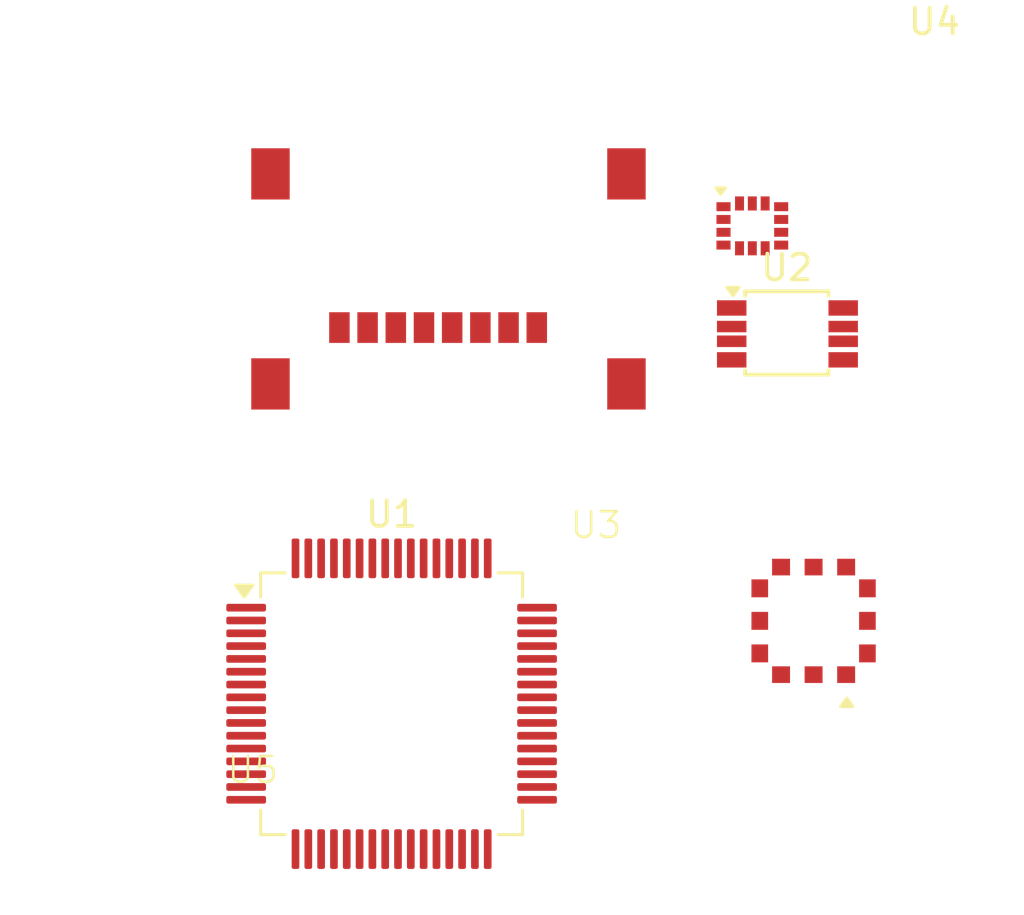
<source format=kicad_pcb>
(kicad_pcb (version 20241229) (generator "pcbnew") (generator_version "9.0")
  (layers (0 "F.Cu" signal) (2 "B.Cu" signal) (13 "F.Paste" user) (15 "B.Paste" user) (5 "F.SilkS" user "F.Silkscreen") (7 "B.SilkS" user "B.Silkscreen") (1 "F.Mask" user) (3 "B.Mask" user) (25 "Edge.Cuts" user))
  (net 0 "")
  (net 1 "GND")
  (net 3 "/VBAT_1")
  (net 4 "/I2C_SCL")
  (net 6 "/PWM_HEATER")
  (net 9 "/RADIO_UART_TX")
  (net 10 "Net-(U1-VREF+)")
  (net 11 "/DEBUG_LED_2")
  (net 13 "/SD_CS")
  (net 14 "+3V3")
  (net 15 "/DEBUG_UART_RX")
  (net 19 "/I2C_SDA")
  (net 22 "/SD_SCK")
  (net 24 "/SWDIO")
  (net 28 "/SWCLK")
  (net 39 "/NRST")
  (net 40 "/DEBUG_LED_0")
  (net 41 "/DEBUG_LED_1")
  (net 43 "/DEBUG_UART_TX")
  (net 45 "/SD_MISO")
  (net 46 "/VBAT_0")
  (net 53 "/RADIO_UART_RX")
  (net 54 "/SD_MOSI")
  (net 63 "Net-(U3-VO-)")
  (net 64 "Net-(U3-VO+)")
  (net 70 "Net-(U5-DAT1)")
  (footprint "Package_QFP:LQFP-64_10x10mm_P0.5mm" (layer "F.Cu") (at 215.935 77.465)
    (property "Reference" "U1" (at 0 -7.4 0) (layer "F.SilkS"))
    (property "Value" "STM32G431RBTx")
    (fp_line (start -5.11 -5.11) (end -4.16 -5.11) (stroke (width 0.12)) (layer "F.SilkS"))
    (fp_line (start -5.11 -4.16) (end -5.11 -5.11) (stroke (width 0.12)) (layer "F.SilkS"))
    (fp_line (start -5.11 5.11) (end -5.11 4.16) (stroke (width 0.12)) (layer "F.SilkS"))
    (fp_line (start -4.16 5.11) (end -5.11 5.11) (stroke (width 0.12)) (layer "F.SilkS"))
    (fp_line (start 4.16 -5.11) (end 5.11 -5.11) (stroke (width 0.12)) (layer "F.SilkS"))
    (fp_line (start 5.11 -5.11) (end 5.11 -4.16) (stroke (width 0.12)) (layer "F.SilkS"))
    (fp_line (start 5.11 4.16) (end 5.11 5.11) (stroke (width 0.12)) (layer "F.SilkS"))
    (fp_line (start 5.11 5.11) (end 4.16 5.11) (stroke (width 0.12)) (layer "F.SilkS"))
    (fp_poly (pts (xy -5.75 -4.16) (xy -6.09 -4.63) (xy -5.41 -4.63)) (stroke (width 0.12)) (fill yes) (layer "F.SilkS"))
    (pad "1" smd roundrect (at -5.675 -3.75) (size 1.55 0.3) (layers "F.Cu" "F.Mask" "F.Paste"))
    (pad "2" smd roundrect (at -5.675 -3.25) (size 1.55 0.3) (layers "F.Cu" "F.Mask" "F.Paste"))
    (pad "3" smd roundrect (at -5.675 -2.75) (size 1.55 0.3) (layers "F.Cu" "F.Mask" "F.Paste"))
    (pad "4" smd roundrect (at -5.675 -2.25) (size 1.55 0.3) (layers "F.Cu" "F.Mask" "F.Paste"))
    (pad "5" smd roundrect (at -5.675 -1.75) (size 1.55 0.3) (layers "F.Cu" "F.Mask" "F.Paste"))
    (pad "6" smd roundrect (at -5.675 -1.25) (size 1.55 0.3) (layers "F.Cu" "F.Mask" "F.Paste"))
    (pad "7" smd roundrect (at -5.675 -0.75) (size 1.55 0.3) (layers "F.Cu" "F.Mask" "F.Paste") (net 39 "/NRST"))
    (pad "8" smd roundrect (at -5.675 -0.25) (size 1.55 0.3) (layers "F.Cu" "F.Mask" "F.Paste") (net 11 "/DEBUG_LED_2"))
    (pad "9" smd roundrect (at -5.675 0.25) (size 1.55 0.3) (layers "F.Cu" "F.Mask" "F.Paste") (net 41 "/DEBUG_LED_1"))
    (pad "10" smd roundrect (at -5.675 0.75) (size 1.55 0.3) (layers "F.Cu" "F.Mask" "F.Paste"))
    (pad "11" smd roundrect (at -5.675 1.25) (size 1.55 0.3) (layers "F.Cu" "F.Mask" "F.Paste"))
    (pad "12" smd roundrect (at -5.675 1.75) (size 1.55 0.3) (layers "F.Cu" "F.Mask" "F.Paste") (net 46 "/VBAT_0"))
    (pad "13" smd roundrect (at -5.675 2.25) (size 1.55 0.3) (layers "F.Cu" "F.Mask" "F.Paste") (net 3 "/VBAT_1"))
    (pad "14" smd roundrect (at -5.675 2.75) (size 1.55 0.3) (layers "F.Cu" "F.Mask" "F.Paste") (net 43 "/DEBUG_UART_TX"))
    (pad "15" smd roundrect (at -5.675 3.25) (size 1.55 0.3) (layers "F.Cu" "F.Mask" "F.Paste") (net 1 "GND"))
    (pad "16" smd roundrect (at -5.675 3.75) (size 1.55 0.3) (layers "F.Cu" "F.Mask" "F.Paste") (net 14 "+3V3"))
    (pad "17" smd roundrect (at -3.75 5.675) (size 0.3 1.55) (layers "F.Cu" "F.Mask" "F.Paste") (net 15 "/DEBUG_UART_RX"))
    (pad "18" smd roundrect (at -3.25 5.675) (size 0.3 1.55) (layers "F.Cu" "F.Mask" "F.Paste"))
    (pad "19" smd roundrect (at -2.75 5.675) (size 0.3 1.55) (layers "F.Cu" "F.Mask" "F.Paste") (net 22 "/SD_SCK"))
    (pad "20" smd roundrect (at -2.25 5.675) (size 0.3 1.55) (layers "F.Cu" "F.Mask" "F.Paste") (net 45 "/SD_MISO"))
    (pad "21" smd roundrect (at -1.75 5.675) (size 0.3 1.55) (layers "F.Cu" "F.Mask" "F.Paste") (net 54 "/SD_MOSI"))
    (pad "22" smd roundrect (at -1.25 5.675) (size 0.3 1.55) (layers "F.Cu" "F.Mask" "F.Paste") (net 9 "/RADIO_UART_TX"))
    (pad "23" smd roundrect (at -0.75 5.675) (size 0.3 1.55) (layers "F.Cu" "F.Mask" "F.Paste") (net 53 "/RADIO_UART_RX"))
    (pad "24" smd roundrect (at -0.25 5.675) (size 0.3 1.55) (layers "F.Cu" "F.Mask" "F.Paste") (net 40 "/DEBUG_LED_0"))
    (pad "25" smd roundrect (at 0.25 5.675) (size 0.3 1.55) (layers "F.Cu" "F.Mask" "F.Paste"))
    (pad "26" smd roundrect (at 0.75 5.675) (size 0.3 1.55) (layers "F.Cu" "F.Mask" "F.Paste"))
    (pad "27" smd roundrect (at 1.25 5.675) (size 0.3 1.55) (layers "F.Cu" "F.Mask" "F.Paste") (net 1 "GND"))
    (pad "28" smd roundrect (at 1.75 5.675) (size 0.3 1.55) (layers "F.Cu" "F.Mask" "F.Paste") (net 10 "Net-(U1-VREF+)"))
    (pad "29" smd roundrect (at 2.25 5.675) (size 0.3 1.55) (layers "F.Cu" "F.Mask" "F.Paste") (net 14 "+3V3"))
    (pad "30" smd roundrect (at 2.75 5.675) (size 0.3 1.55) (layers "F.Cu" "F.Mask" "F.Paste"))
    (pad "31" smd roundrect (at 3.25 5.675) (size 0.3 1.55) (layers "F.Cu" "F.Mask" "F.Paste") (net 1 "GND"))
    (pad "32" smd roundrect (at 3.75 5.675) (size 0.3 1.55) (layers "F.Cu" "F.Mask" "F.Paste") (net 14 "+3V3"))
    (pad "33" smd roundrect (at 5.675 3.75) (size 1.55 0.3) (layers "F.Cu" "F.Mask" "F.Paste"))
    (pad "34" smd roundrect (at 5.675 3.25) (size 1.55 0.3) (layers "F.Cu" "F.Mask" "F.Paste"))
    (pad "35" smd roundrect (at 5.675 2.75) (size 1.55 0.3) (layers "F.Cu" "F.Mask" "F.Paste"))
    (pad "36" smd roundrect (at 5.675 2.25) (size 1.55 0.3) (layers "F.Cu" "F.Mask" "F.Paste"))
    (pad "37" smd roundrect (at 5.675 1.75) (size 1.55 0.3) (layers "F.Cu" "F.Mask" "F.Paste"))
    (pad "38" smd roundrect (at 5.675 1.25) (size 1.55 0.3) (layers "F.Cu" "F.Mask" "F.Paste"))
    (pad "39" smd roundrect (at 5.675 0.75) (size 1.55 0.3) (layers "F.Cu" "F.Mask" "F.Paste") (net 6 "/PWM_HEATER"))
    (pad "40" smd roundrect (at 5.675 0.25) (size 1.55 0.3) (layers "F.Cu" "F.Mask" "F.Paste"))
    (pad "41" smd roundrect (at 5.675 -0.25) (size 1.55 0.3) (layers "F.Cu" "F.Mask" "F.Paste"))
    (pad "42" smd roundrect (at 5.675 -0.75) (size 1.55 0.3) (layers "F.Cu" "F.Mask" "F.Paste"))
    (pad "43" smd roundrect (at 5.675 -1.25) (size 1.55 0.3) (layers "F.Cu" "F.Mask" "F.Paste"))
    (pad "44" smd roundrect (at 5.675 -1.75) (size 1.55 0.3) (layers "F.Cu" "F.Mask" "F.Paste"))
    (pad "45" smd roundrect (at 5.675 -2.25) (size 1.55 0.3) (layers "F.Cu" "F.Mask" "F.Paste"))
    (pad "46" smd roundrect (at 5.675 -2.75) (size 1.55 0.3) (layers "F.Cu" "F.Mask" "F.Paste"))
    (pad "47" smd roundrect (at 5.675 -3.25) (size 1.55 0.3) (layers "F.Cu" "F.Mask" "F.Paste") (net 1 "GND"))
    (pad "48" smd roundrect (at 5.675 -3.75) (size 1.55 0.3) (layers "F.Cu" "F.Mask" "F.Paste") (net 14 "+3V3"))
    (pad "49" smd roundrect (at 3.75 -5.675) (size 0.3 1.55) (layers "F.Cu" "F.Mask" "F.Paste") (net 24 "/SWDIO"))
    (pad "50" smd roundrect (at 3.25 -5.675) (size 0.3 1.55) (layers "F.Cu" "F.Mask" "F.Paste") (net 28 "/SWCLK"))
    (pad "51" smd roundrect (at 2.75 -5.675) (size 0.3 1.55) (layers "F.Cu" "F.Mask" "F.Paste"))
    (pad "52" smd roundrect (at 2.25 -5.675) (size 0.3 1.55) (layers "F.Cu" "F.Mask" "F.Paste"))
    (pad "53" smd roundrect (at 1.75 -5.675) (size 0.3 1.55) (layers "F.Cu" "F.Mask" "F.Paste"))
    (pad "54" smd roundrect (at 1.25 -5.675) (size 0.3 1.55) (layers "F.Cu" "F.Mask" "F.Paste"))
    (pad "55" smd roundrect (at 0.75 -5.675) (size 0.3 1.55) (layers "F.Cu" "F.Mask" "F.Paste"))
    (pad "56" smd roundrect (at 0.25 -5.675) (size 0.3 1.55) (layers "F.Cu" "F.Mask" "F.Paste"))
    (pad "57" smd roundrect (at -0.25 -5.675) (size 0.3 1.55) (layers "F.Cu" "F.Mask" "F.Paste"))
    (pad "58" smd roundrect (at -0.75 -5.675) (size 0.3 1.55) (layers "F.Cu" "F.Mask" "F.Paste"))
    (pad "59" smd roundrect (at -1.25 -5.675) (size 0.3 1.55) (layers "F.Cu" "F.Mask" "F.Paste") (net 13 "/SD_CS"))
    (pad "60" smd roundrect (at -1.75 -5.675) (size 0.3 1.55) (layers "F.Cu" "F.Mask" "F.Paste"))
    (pad "61" smd roundrect (at -2.25 -5.675) (size 0.3 1.55) (layers "F.Cu" "F.Mask" "F.Paste") (net 4 "/I2C_SCL"))
    (pad "62" smd roundrect (at -2.75 -5.675) (size 0.3 1.55) (layers "F.Cu" "F.Mask" "F.Paste") (net 19 "/I2C_SDA"))
    (pad "63" smd roundrect (at -3.25 -5.675) (size 0.3 1.55) (layers "F.Cu" "F.Mask" "F.Paste") (net 1 "GND"))
    (pad "64" smd roundrect (at -3.75 -5.675) (size 0.3 1.55) (layers "F.Cu" "F.Mask" "F.Paste") (net 14 "+3V3"))
  )
  (footprint "so_26_obc_footprint_library:MEM2067-02-180-00-A" (layer "F.Cu") (at 217.458398 69.49)
    (property "Reference" "U5" (at -6.94 10.56 0) (layer "F.SilkS") (effects (font (thickness 0.1))))
    (property "Value" "MEM2067-02-180-00-A")
    (pad "" smd rect (at -6.25 -12.71) (size 1.5 2) (layers "F.Cu" "F.Mask" "F.Paste"))
    (pad "" smd rect (at -6.25 -4.51) (size 1.5 2) (layers "F.Cu" "F.Mask" "F.Paste"))
    (pad "" smd rect (at 7.64 -12.71) (size 1.5 2) (layers "F.Cu" "F.Mask" "F.Paste"))
    (pad "" smd rect (at 7.64 -4.51) (size 1.5 2) (layers "F.Cu" "F.Mask" "F.Paste"))
    (pad "1" smd rect (at 4.14 -6.71) (size 0.8 1.2) (layers "F.Cu" "F.Mask" "F.Paste") (net 70 "Net-(U5-DAT1)"))
    (pad "2" smd rect (at 3.04 -6.71) (size 0.8 1.2) (layers "F.Cu" "F.Mask" "F.Paste") (net 13 "/SD_CS"))
    (pad "3" smd rect (at 1.94 -6.71) (size 0.8 1.2) (layers "F.Cu" "F.Mask" "F.Paste") (net 45 "/SD_MISO"))
    (pad "4" smd rect (at 0.84 -6.71) (size 0.8 1.2) (layers "F.Cu" "F.Mask" "F.Paste") (net 14 "+3V3"))
    (pad "5" smd rect (at -0.26 -6.71) (size 0.8 1.2) (layers "F.Cu" "F.Mask" "F.Paste") (net 22 "/SD_SCK"))
    (pad "6" smd rect (at -1.36 -6.71) (size 0.8 1.2) (layers "F.Cu" "F.Mask" "F.Paste") (net 1 "GND"))
    (pad "7" smd rect (at -2.46 -6.71) (size 0.8 1.2) (layers "F.Cu" "F.Mask" "F.Paste") (net 54 "/SD_MOSI"))
    (pad "8" smd rect (at -3.56 -6.71) (size 0.8 1.2) (layers "F.Cu" "F.Mask" "F.Paste") (net 70 "Net-(U5-DAT1)"))
  )
  (footprint "so_26_obc_footprint_library:MPRLS0025PA00002A" (layer "F.Cu") (at 223.91 70.99)
    (property "Reference" "U3" (at 0 -0.5 0) (layer "F.SilkS") (effects (font (thickness 0.1))))
    (property "Value" "MPRLS0025")
    (fp_poly (pts (xy 9.785 6.255) (xy 10.025 6.585) (xy 9.545 6.585) (xy 9.785 6.255)) (stroke (width 0.12)) (fill yes) (layer "F.SilkS"))
    (pad "" np_thru_hole circle (at 7.71 3.24 270) (size 1.1 1.1) (drill 1.1) (layers "*.Cu" "*.Mask"))
    (pad "1" smd rect (at 9.76 5.34) (size 0.7 0.65) (layers "F.Cu" "F.Mask" "F.Paste"))
    (pad "2" smd rect (at 8.49 5.34) (size 0.7 0.65) (layers "F.Cu" "F.Mask" "F.Paste") (net 19 "/I2C_SDA"))
    (pad "3" smd rect (at 7.22 5.34) (size 0.7 0.65) (layers "F.Cu" "F.Mask" "F.Paste") (net 4 "/I2C_SCL"))
    (pad "4" smd rect (at 6.39 4.51 90) (size 0.7 0.65) (layers "F.Cu" "F.Mask" "F.Paste") (net 64 "Net-(U3-VO+)"))
    (pad "5" smd rect (at 6.39 3.24 90) (size 0.7 0.65) (layers "F.Cu" "F.Mask" "F.Paste"))
    (pad "6" smd rect (at 6.39 1.97 90) (size 0.7 0.65) (layers "F.Cu" "F.Mask" "F.Paste") (net 63 "Net-(U3-VO-)"))
    (pad "7" smd rect (at 7.22 1.14) (size 0.7 0.65) (layers "F.Cu" "F.Mask" "F.Paste"))
    (pad "8" smd rect (at 8.49 1.14) (size 0.7 0.65) (layers "F.Cu" "F.Mask" "F.Paste"))
    (pad "9" smd rect (at 9.76 1.14) (size 0.7 0.65) (layers "F.Cu" "F.Mask" "F.Paste"))
    (pad "10" smd rect (at 10.59 1.97 270) (size 0.7 0.65) (layers "F.Cu" "F.Mask" "F.Paste") (net 1 "GND"))
    (pad "11" smd rect (at 10.59 3.24 270) (size 0.7 0.65) (layers "F.Cu" "F.Mask" "F.Paste"))
    (pad "12" smd rect (at 10.59 4.51 270) (size 0.7 0.65) (layers "F.Cu" "F.Mask" "F.Paste") (net 14 "+3V3"))
  )
  (footprint "so_26_obc_footprint_library:LGA-14_3x2.5mm_P0.5mm_LayoutBorder3x4y" (layer "F.Cu") (at 237.114746 53.04)
    (property "Reference" "U4" (at 0 -2.2 0) (layer "F.SilkS"))
    (property "Value" "LSM6DS3")
    (fp_poly (pts (xy -8.34 4.54) (xy -8.525909 4.284374) (xy -8.15409 4.284374)) (stroke (width 0.12)) (fill yes) (layer "F.SilkS"))
    (pad "1" smd rect (at -8.23 5.02) (size 0.55 0.35) (layers "F.Cu" "F.Mask" "F.Paste") (net 1 "GND"))
    (pad "2" smd rect (at -8.23 5.52) (size 0.55 0.35) (layers "F.Cu" "F.Mask" "F.Paste") (net 1 "GND"))
    (pad "3" smd rect (at -8.23 6.02) (size 0.55 0.35) (layers "F.Cu" "F.Mask" "F.Paste") (net 1 "GND"))
    (pad "4" smd rect (at -8.23 6.52) (size 0.55 0.35) (layers "F.Cu" "F.Mask" "F.Paste"))
    (pad "5" smd rect (at -7.605 6.645 90) (size 0.55 0.35) (layers "F.Cu" "F.Mask" "F.Paste") (net 14 "+3V3"))
    (pad "6" smd rect (at -7.105 6.645 90) (size 0.55 0.35) (layers "F.Cu" "F.Mask" "F.Paste") (net 1 "GND"))
    (pad "7" smd rect (at -6.605 6.645 90) (size 0.55 0.35) (layers "F.Cu" "F.Mask" "F.Paste") (net 1 "GND"))
    (pad "8" smd rect (at -5.98 6.52) (size 0.55 0.35) (layers "F.Cu" "F.Mask" "F.Paste") (net 14 "+3V3"))
    (pad "9" smd rect (at -5.98 6.02) (size 0.55 0.35) (layers "F.Cu" "F.Mask" "F.Paste"))
    (pad "10" smd rect (at -5.98 5.52) (size 0.55 0.35) (layers "F.Cu" "F.Mask" "F.Paste"))
    (pad "11" smd rect (at -5.98 5.02) (size 0.55 0.35) (layers "F.Cu" "F.Mask" "F.Paste"))
    (pad "12" smd rect (at -6.605 4.895 90) (size 0.55 0.35) (layers "F.Cu" "F.Mask" "F.Paste") (net 14 "+3V3"))
    (pad "13" smd rect (at -7.105 4.895 90) (size 0.55 0.35) (layers "F.Cu" "F.Mask" "F.Paste") (net 4 "/I2C_SCL"))
    (pad "14" smd rect (at -7.605 4.895 90) (size 0.55 0.35) (layers "F.Cu" "F.Mask" "F.Paste") (net 19 "/I2C_SDA"))
  )
  (footprint "so_26_obc_footprint_library:TSSOP-8_3x3mm_P0.65mm" (layer "F.Cu") (at 231.355 62.99)
    (property "Reference" "U2" (at 0 -2.55 0) (layer "F.SilkS"))
    (property "Value" "PCT2075")
    (fp_line (start -1.625 -1.625) (end -1.625 -1.45) (stroke (width 0.15)) (layer "F.SilkS"))
    (fp_line (start -1.625 -1.625) (end 1.625 -1.625) (stroke (width 0.15)) (layer "F.SilkS"))
    (fp_line (start -1.625 1.45) (end -1.625 1.625) (stroke (width 0.15)) (layer "F.SilkS"))
    (fp_line (start -1.625 1.625) (end 1.625 1.625) (stroke (width 0.15)) (layer "F.SilkS"))
    (fp_line (start 1.625 -1.625) (end 1.625 -1.45) (stroke (width 0.15)) (layer "F.SilkS"))
    (fp_line (start 1.625 1.45) (end 1.625 1.625) (stroke (width 0.15)) (layer "F.SilkS"))
    (fp_poly (pts (xy -2.1 -1.45) (xy -2.34 -1.78) (xy -1.86 -1.78) (xy -2.1 -1.45)) (stroke (width 0.12)) (fill yes) (layer "F.SilkS"))
    (pad "1" smd rect (at -2.15 -0.975) (size 1.15 0.6) (layers "F.Cu" "F.Mask" "F.Paste") (net 19 "/I2C_SDA"))
    (pad "1" smd rect (at 2.2 -0.975) (size 1.15 0.6) (layers "F.Cu" "F.Mask" "F.Paste") (net 19 "/I2C_SDA"))
    (pad "1" smd rect (at 2.2 1.05) (size 1.15 0.6) (layers "F.Cu" "F.Mask" "F.Paste") (net 19 "/I2C_SDA"))
    (pad "2" smd rect (at -2.15 -0.25) (size 1.15 0.45) (layers "F.Cu" "F.Mask" "F.Paste") (net 4 "/I2C_SCL"))
    (pad "2" smd rect (at 2.2 -0.25) (size 1.15 0.45) (layers "F.Cu" "F.Mask" "F.Paste") (net 4 "/I2C_SCL"))
    (pad "2" smd rect (at 2.2 0.325) (size 1.15 0.45) (layers "F.Cu" "F.Mask" "F.Paste") (net 4 "/I2C_SCL"))
    (pad "3" smd rect (at -2.15 0.325) (size 1.15 0.45) (layers "F.Cu" "F.Mask" "F.Paste"))
    (pad "4" smd rect (at -2.15 1.05) (size 1.15 0.6) (layers "F.Cu" "F.Mask" "F.Paste") (net 1 "GND"))
  )
)
</source>
